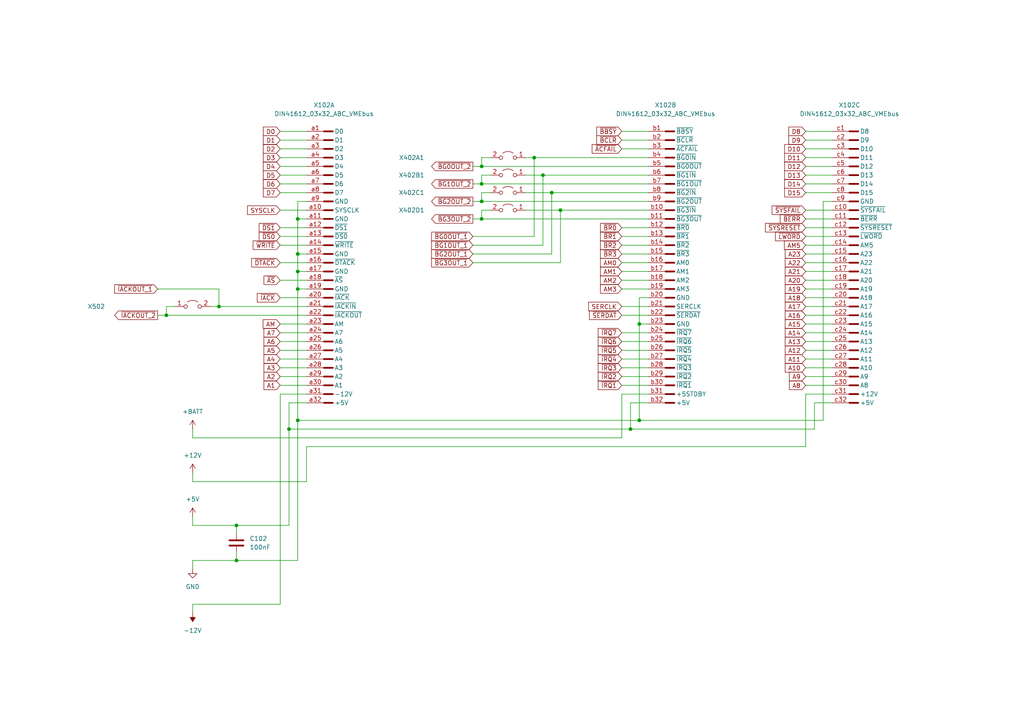
<source format=kicad_sch>
(kicad_sch (version 20211123) (generator eeschema)
  (paper "A4")
  (title_block (title "SLOT 2") (date "2024-01-02") (rev "1") (company "(C) TOM STOREY") (comment 1 "FREE FOR NON-COMMERCIAL USE"))
  (lib_symbols
    (symbol "COMET symbols:C" (pin_numbers hide) (pin_names hide)
      (property "Reference" "C" (at 0 0 0))
      (property "Value" "C" (at 0 0 0))
      (symbol "C_0_1"
        (polyline (pts (xy -2.032 -0.762) (xy 2.032 -0.762)) (stroke (width 0.508)))
        (polyline (pts (xy -2.032 0.762) (xy 2.032 0.762)) (stroke (width 0.508)))
      )
      (symbol "C_1_1"
        (pin passive line (at 0 2.54 270) (length 1.524) (name "~") (number "1"))
        (pin passive line (at 0 -2.54 90) (length 1.524) (name "~") (number "2"))
      )
    )
    (symbol "COMET symbols:DIN41612_03x32_ABC_VMEbus" (pin_names (offset 3.048))
      (property "Reference" "X1" (at -20.32 45.72 0))
      (property "Value" "DIN41612_03x32_ABC_VMEbus" (at -20.32 43.18 0))
      (symbol "DIN41612_03x32_ABC_VMEbus_1_1"
        (polyline (pts (xy 0 -40.64) (xy 2.54 -40.64)) (stroke (width 0.508)))
        (polyline (pts (xy 0 -38.1) (xy 2.54 -38.1)) (stroke (width 0.508)))
        (polyline (pts (xy 0 -35.56) (xy 2.54 -35.56)) (stroke (width 0.508)))
        (polyline (pts (xy 0 -33.02) (xy 2.54 -33.02)) (stroke (width 0.508)))
        (polyline (pts (xy 0 -30.48) (xy 2.54 -30.48)) (stroke (width 0.508)))
        (polyline (pts (xy 0 -27.94) (xy 2.54 -27.94)) (stroke (width 0.508)))
        (polyline (pts (xy 0 -25.4) (xy 2.54 -25.4)) (stroke (width 0.508)))
        (polyline (pts (xy 0 -22.86) (xy 2.54 -22.86)) (stroke (width 0.508)))
        (polyline (pts (xy 0 -20.32) (xy 2.54 -20.32)) (stroke (width 0.508)))
        (polyline (pts (xy 0 -17.78) (xy 2.54 -17.78)) (stroke (width 0.508)))
        (polyline (pts (xy 0 -15.24) (xy 2.54 -15.24)) (stroke (width 0.508)))
        (polyline (pts (xy 0 -12.7) (xy 2.54 -12.7)) (stroke (width 0.508)))
        (polyline (pts (xy 0 -10.16) (xy 2.54 -10.16)) (stroke (width 0.508)))
        (polyline (pts (xy 0 -7.62) (xy 2.54 -7.62)) (stroke (width 0.508)))
        (polyline (pts (xy 0 -5.08) (xy 2.54 -5.08)) (stroke (width 0.508)))
        (polyline (pts (xy 0 -2.54) (xy 2.54 -2.54)) (stroke (width 0.508)))
        (polyline (pts (xy 0 0) (xy 2.54 0)) (stroke (width 0.508)))
        (polyline (pts (xy 0 2.54) (xy 2.54 2.54)) (stroke (width 0.508)))
        (polyline (pts (xy 0 5.08) (xy 2.54 5.08)) (stroke (width 0.508)))
        (polyline (pts (xy 0 7.62) (xy 2.54 7.62)) (stroke (width 0.508)))
        (polyline (pts (xy 0 10.16) (xy 2.54 10.16)) (stroke (width 0.508)))
        (polyline (pts (xy 0 12.7) (xy 2.54 12.7)) (stroke (width 0.508)))
        (polyline (pts (xy 0 15.24) (xy 2.54 15.24)) (stroke (width 0.508)))
        (polyline (pts (xy 0 17.78) (xy 2.54 17.78)) (stroke (width 0.508)))
        (polyline (pts (xy 0 20.32) (xy 2.54 20.32)) (stroke (width 0.508)))
        (polyline (pts (xy 0 22.86) (xy 2.54 22.86)) (stroke (width 0.508)))
        (polyline (pts (xy 0 25.4) (xy 2.54 25.4)) (stroke (width 0.508)))
        (polyline (pts (xy 0 27.94) (xy 2.54 27.94)) (stroke (width 0.508)))
        (polyline (pts (xy 0 30.48) (xy 2.54 30.48)) (stroke (width 0.508)))
        (polyline (pts (xy 0 33.02) (xy 2.54 33.02)) (stroke (width 0.508)))
        (polyline (pts (xy 0 35.56) (xy 2.54 35.56)) (stroke (width 0.508)))
        (polyline (pts (xy 0 38.1) (xy 2.54 38.1)) (stroke (width 0.508)))
        (pin passive line (at -5.08 38.1 0) (length 5.08) (name "D0") (number "a1"))
        (pin passive line (at -5.08 15.24 0) (length 5.08) (name "SYSCLK") (number "a10"))
        (pin passive line (at -5.08 12.7 0) (length 5.08) (name "GND") (number "a11"))
        (pin passive line (at -5.08 10.16 0) (length 5.08) (name "~{DS1}") (number "a12"))
        (pin passive line (at -5.08 7.62 0) (length 5.08) (name "~{DS0}") (number "a13"))
        (pin passive line (at -5.08 5.08 0) (length 5.08) (name "~{WRITE}") (number "a14"))
        (pin passive line (at -5.08 2.54 0) (length 5.08) (name "GND") (number "a15"))
        (pin passive line (at -5.08 0 0) (length 5.08) (name "~{DTACK}") (number "a16"))
        (pin passive line (at -5.08 -2.54 0) (length 5.08) (name "GND") (number "a17"))
        (pin passive line (at -5.08 -5.08 0) (length 5.08) (name "~{AS}") (number "a18"))
        (pin passive line (at -5.08 -7.62 0) (length 5.08) (name "GND") (number "a19"))
        (pin passive line (at -5.08 35.56 0) (length 5.08) (name "D1") (number "a2"))
        (pin passive line (at -5.08 -10.16 0) (length 5.08) (name "~{IACK}") (number "a20"))
        (pin passive line (at -5.08 -12.7 0) (length 5.08) (name "~{IACKIN}") (number "a21"))
        (pin passive line (at -5.08 -15.24 0) (length 5.08) (name "~{IACKOUT}") (number "a22"))
        (pin passive line (at -5.08 -17.78 0) (length 5.08) (name "AM") (number "a23"))
        (pin passive line (at -5.08 -20.32 0) (length 5.08) (name "A7") (number "a24"))
        (pin passive line (at -5.08 -22.86 0) (length 5.08) (name "A6") (number "a25"))
        (pin passive line (at -5.08 -25.4 0) (length 5.08) (name "A5") (number "a26"))
        (pin passive line (at -5.08 -27.94 0) (length 5.08) (name "A4") (number "a27"))
        (pin passive line (at -5.08 -30.48 0) (length 5.08) (name "A3") (number "a28"))
        (pin passive line (at -5.08 -33.02 0) (length 5.08) (name "A2") (number "a29"))
        (pin passive line (at -5.08 33.02 0) (length 5.08) (name "D2") (number "a3"))
        (pin passive line (at -5.08 -35.56 0) (length 5.08) (name "A1") (number "a30"))
        (pin passive line (at -5.08 -38.1 0) (length 5.08) (name "-12V") (number "a31"))
        (pin passive line (at -5.08 -40.64 0) (length 5.08) (name "+5V") (number "a32"))
        (pin passive line (at -5.08 30.48 0) (length 5.08) (name "D3") (number "a4"))
        (pin passive line (at -5.08 27.94 0) (length 5.08) (name "D4") (number "a5"))
        (pin passive line (at -5.08 25.4 0) (length 5.08) (name "D5") (number "a6"))
        (pin passive line (at -5.08 22.86 0) (length 5.08) (name "D6") (number "a7"))
        (pin passive line (at -5.08 20.32 0) (length 5.08) (name "D7") (number "a8"))
        (pin passive line (at -5.08 17.78 0) (length 5.08) (name "GND") (number "a9"))
      )
      (symbol "DIN41612_03x32_ABC_VMEbus_2_1"
        (polyline (pts (xy 0 -40.64) (xy 2.54 -40.64)) (stroke (width 0.508)))
        (polyline (pts (xy 0 -38.1) (xy 2.54 -38.1)) (stroke (width 0.508)))
        (polyline (pts (xy 0 -35.56) (xy 2.54 -35.56)) (stroke (width 0.508)))
        (polyline (pts (xy 0 -33.02) (xy 2.54 -33.02)) (stroke (width 0.508)))
        (polyline (pts (xy 0 -30.48) (xy 2.54 -30.48)) (stroke (width 0.508)))
        (polyline (pts (xy 0 -27.94) (xy 2.54 -27.94)) (stroke (width 0.508)))
        (polyline (pts (xy 0 -25.4) (xy 2.54 -25.4)) (stroke (width 0.508)))
        (polyline (pts (xy 0 -22.86) (xy 2.54 -22.86)) (stroke (width 0.508)))
        (polyline (pts (xy 0 -20.32) (xy 2.54 -20.32)) (stroke (width 0.508)))
        (polyline (pts (xy 0 -17.78) (xy 2.54 -17.78)) (stroke (width 0.508)))
        (polyline (pts (xy 0 -15.24) (xy 2.54 -15.24)) (stroke (width 0.508)))
        (polyline (pts (xy 0 -12.7) (xy 2.54 -12.7)) (stroke (width 0.508)))
        (polyline (pts (xy 0 -10.16) (xy 2.54 -10.16)) (stroke (width 0.508)))
        (polyline (pts (xy 0 -7.62) (xy 2.54 -7.62)) (stroke (width 0.508)))
        (polyline (pts (xy 0 -5.08) (xy 2.54 -5.08)) (stroke (width 0.508)))
        (polyline (pts (xy 0 -2.54) (xy 2.54 -2.54)) (stroke (width 0.508)))
        (polyline (pts (xy 0 0) (xy 2.54 0)) (stroke (width 0.508)))
        (polyline (pts (xy 0 2.54) (xy 2.54 2.54)) (stroke (width 0.508)))
        (polyline (pts (xy 0 5.08) (xy 2.54 5.08)) (stroke (width 0.508)))
        (polyline (pts (xy 0 7.62) (xy 2.54 7.62)) (stroke (width 0.508)))
        (polyline (pts (xy 0 10.16) (xy 2.54 10.16)) (stroke (width 0.508)))
        (polyline (pts (xy 0 12.7) (xy 2.54 12.7)) (stroke (width 0.508)))
        (polyline (pts (xy 0 15.24) (xy 2.54 15.24)) (stroke (width 0.508)))
        (polyline (pts (xy 0 17.78) (xy 2.54 17.78)) (stroke (width 0.508)))
        (polyline (pts (xy 0 20.32) (xy 2.54 20.32)) (stroke (width 0.508)))
        (polyline (pts (xy 0 22.86) (xy 2.54 22.86)) (stroke (width 0.508)))
        (polyline (pts (xy 0 25.4) (xy 2.54 25.4)) (stroke (width 0.508)))
        (polyline (pts (xy 0 27.94) (xy 2.54 27.94)) (stroke (width 0.508)))
        (polyline (pts (xy 0 30.48) (xy 2.54 30.48)) (stroke (width 0.508)))
        (polyline (pts (xy 0 33.02) (xy 2.54 33.02)) (stroke (width 0.508)))
        (polyline (pts (xy 0 35.56) (xy 2.54 35.56)) (stroke (width 0.508)))
        (polyline (pts (xy 0 38.1) (xy 2.54 38.1)) (stroke (width 0.508)))
        (pin passive line (at -5.08 38.1 0) (length 5.08) (name "~{BBSY}") (number "b1"))
        (pin passive line (at -5.08 15.24 0) (length 5.08) (name "~{BG3IN}") (number "b10"))
        (pin passive line (at -5.08 12.7 0) (length 5.08) (name "~{BG3OUT}") (number "b11"))
        (pin passive line (at -5.08 10.16 0) (length 5.08) (name "~{BR0}") (number "b12"))
        (pin passive line (at -5.08 7.62 0) (length 5.08) (name "~{BR1}") (number "b13"))
        (pin passive line (at -5.08 5.08 0) (length 5.08) (name "~{BR2}") (number "b14"))
        (pin passive line (at -5.08 2.54 0) (length 5.08) (name "~{BR3}") (number "b15"))
        (pin passive line (at -5.08 0 0) (length 5.08) (name "AM0") (number "b16"))
        (pin passive line (at -5.08 -2.54 0) (length 5.08) (name "AM1") (number "b17"))
        (pin passive line (at -5.08 -5.08 0) (length 5.08) (name "AM2") (number "b18"))
        (pin passive line (at -5.08 -7.62 0) (length 5.08) (name "AM3") (number "b19"))
        (pin passive line (at -5.08 35.56 0) (length 5.08) (name "~{BCLR}") (number "b2"))
        (pin passive line (at -5.08 -10.16 0) (length 5.08) (name "GND") (number "b20"))
        (pin passive line (at -5.08 -12.7 0) (length 5.08) (name "SERCLK") (number "b21"))
        (pin passive line (at -5.08 -15.24 0) (length 5.08) (name "~{SERDAT}") (number "b22"))
        (pin passive line (at -5.08 -17.78 0) (length 5.08) (name "GND") (number "b23"))
        (pin passive line (at -5.08 -20.32 0) (length 5.08) (name "~{IRQ7}") (number "b24"))
        (pin passive line (at -5.08 -22.86 0) (length 5.08) (name "~{IRQ6}") (number "b25"))
        (pin passive line (at -5.08 -25.4 0) (length 5.08) (name "~{IRQ5}") (number "b26"))
        (pin passive line (at -5.08 -27.94 0) (length 5.08) (name "~{IRQ4}") (number "b27"))
        (pin passive line (at -5.08 -30.48 0) (length 5.08) (name "~{IRQ3}") (number "b28"))
        (pin passive line (at -5.08 -33.02 0) (length 5.08) (name "~{IRQ2}") (number "b29"))
        (pin passive line (at -5.08 33.02 0) (length 5.08) (name "~{ACFAIL}") (number "b3"))
        (pin passive line (at -5.08 -35.56 0) (length 5.08) (name "~{IRQ1}") (number "b30"))
        (pin passive line (at -5.08 -38.1 0) (length 5.08) (name "+5STDBY") (number "b31"))
        (pin passive line (at -5.08 -40.64 0) (length 5.08) (name "+5V") (number "b32"))
        (pin passive line (at -5.08 30.48 0) (length 5.08) (name "~{BG0IN}") (number "b4"))
        (pin passive line (at -5.08 27.94 0) (length 5.08) (name "~{BG0OUT}") (number "b5"))
        (pin passive line (at -5.08 25.4 0) (length 5.08) (name "~{BG1IN}") (number "b6"))
        (pin passive line (at -5.08 22.86 0) (length 5.08) (name "~{BG1OUT}") (number "b7"))
        (pin passive line (at -5.08 20.32 0) (length 5.08) (name "~{BG2IN}") (number "b8"))
        (pin passive line (at -5.08 17.78 0) (length 5.08) (name "~{BG2OUT}") (number "b9"))
      )
      (symbol "DIN41612_03x32_ABC_VMEbus_3_1"
        (polyline (pts (xy 0 -40.64) (xy 2.54 -40.64)) (stroke (width 0.508)))
        (polyline (pts (xy 0 -38.1) (xy 2.54 -38.1)) (stroke (width 0.508)))
        (polyline (pts (xy 0 -35.56) (xy 2.54 -35.56)) (stroke (width 0.508)))
        (polyline (pts (xy 0 -33.02) (xy 2.54 -33.02)) (stroke (width 0.508)))
        (polyline (pts (xy 0 -30.48) (xy 2.54 -30.48)) (stroke (width 0.508)))
        (polyline (pts (xy 0 -27.94) (xy 2.54 -27.94)) (stroke (width 0.508)))
        (polyline (pts (xy 0 -25.4) (xy 2.54 -25.4)) (stroke (width 0.508)))
        (polyline (pts (xy 0 -22.86) (xy 2.54 -22.86)) (stroke (width 0.508)))
        (polyline (pts (xy 0 -20.32) (xy 2.54 -20.32)) (stroke (width 0.508)))
        (polyline (pts (xy 0 -17.78) (xy 2.54 -17.78)) (stroke (width 0.508)))
        (polyline (pts (xy 0 -15.24) (xy 2.54 -15.24)) (stroke (width 0.508)))
        (polyline (pts (xy 0 -12.7) (xy 2.54 -12.7)) (stroke (width 0.508)))
        (polyline (pts (xy 0 -10.16) (xy 2.54 -10.16)) (stroke (width 0.508)))
        (polyline (pts (xy 0 -7.62) (xy 2.54 -7.62)) (stroke (width 0.508)))
        (polyline (pts (xy 0 -5.08) (xy 2.54 -5.08)) (stroke (width 0.508)))
        (polyline (pts (xy 0 -2.54) (xy 2.54 -2.54)) (stroke (width 0.508)))
        (polyline (pts (xy 0 0) (xy 2.54 0)) (stroke (width 0.508)))
        (polyline (pts (xy 0 2.54) (xy 2.54 2.54)) (stroke (width 0.508)))
        (polyline (pts (xy 0 5.08) (xy 2.54 5.08)) (stroke (width 0.508)))
        (polyline (pts (xy 0 7.62) (xy 2.54 7.62)) (stroke (width 0.508)))
        (polyline (pts (xy 0 10.16) (xy 2.54 10.16)) (stroke (width 0.508)))
        (polyline (pts (xy 0 12.7) (xy 2.54 12.7)) (stroke (width 0.508)))
        (polyline (pts (xy 0 15.24) (xy 2.54 15.24)) (stroke (width 0.508)))
        (polyline (pts (xy 0 17.78) (xy 2.54 17.78)) (stroke (width 0.508)))
        (polyline (pts (xy 0 20.32) (xy 2.54 20.32)) (stroke (width 0.508)))
        (polyline (pts (xy 0 22.86) (xy 2.54 22.86)) (stroke (width 0.508)))
        (polyline (pts (xy 0 25.4) (xy 2.54 25.4)) (stroke (width 0.508)))
        (polyline (pts (xy 0 27.94) (xy 2.54 27.94)) (stroke (width 0.508)))
        (polyline (pts (xy 0 30.48) (xy 2.54 30.48)) (stroke (width 0.508)))
        (polyline (pts (xy 0 33.02) (xy 2.54 33.02)) (stroke (width 0.508)))
        (polyline (pts (xy 0 35.56) (xy 2.54 35.56)) (stroke (width 0.508)))
        (polyline (pts (xy 0 38.1) (xy 2.54 38.1)) (stroke (width 0.508)))
        (pin passive line (at -5.08 38.1 0) (length 5.08) (name "D8") (number "c1"))
        (pin passive line (at -5.08 15.24 0) (length 5.08) (name "~{SYSFAIL}") (number "c10"))
        (pin passive line (at -5.08 12.7 0) (length 5.08) (name "~{BERR}") (number "c11"))
        (pin passive line (at -5.08 10.16 0) (length 5.08) (name "~{SYSRESET}") (number "c12"))
        (pin passive line (at -5.08 7.62 0) (length 5.08) (name "~{LWORD}") (number "c13"))
        (pin passive line (at -5.08 5.08 0) (length 5.08) (name "AM5") (number "c14"))
        (pin passive line (at -5.08 2.54 0) (length 5.08) (name "A23") (number "c15"))
        (pin passive line (at -5.08 0 0) (length 5.08) (name "A22") (number "c16"))
        (pin passive line (at -5.08 -2.54 0) (length 5.08) (name "A21") (number "c17"))
        (pin passive line (at -5.08 -5.08 0) (length 5.08) (name "A20") (number "c18"))
        (pin passive line (at -5.08 -7.62 0) (length 5.08) (name "A19") (number "c19"))
        (pin passive line (at -5.08 35.56 0) (length 5.08) (name "D9") (number "c2"))
        (pin passive line (at -5.08 -10.16 0) (length 5.08) (name "A18") (number "c20"))
        (pin passive line (at -5.08 -12.7 0) (length 5.08) (name "A17") (number "c21"))
        (pin passive line (at -5.08 -15.24 0) (length 5.08) (name "A16") (number "c22"))
        (pin passive line (at -5.08 -17.78 0) (length 5.08) (name "A15") (number "c23"))
        (pin passive line (at -5.08 -20.32 0) (length 5.08) (name "A14") (number "c24"))
        (pin passive line (at -5.08 -22.86 0) (length 5.08) (name "A13") (number "c25"))
        (pin passive line (at -5.08 -25.4 0) (length 5.08) (name "A12") (number "c26"))
        (pin passive line (at -5.08 -27.94 0) (length 5.08) (name "A11") (number "c27"))
        (pin passive line (at -5.08 -30.48 0) (length 5.08) (name "A10") (number "c28"))
        (pin passive line (at -5.08 -33.02 0) (length 5.08) (name "A9") (number "c29"))
        (pin passive line (at -5.08 33.02 0) (length 5.08) (name "D10") (number "c3"))
        (pin passive line (at -5.08 -35.56 0) (length 5.08) (name "A8") (number "c30"))
        (pin passive line (at -5.08 -38.1 0) (length 5.08) (name "+12V") (number "c31"))
        (pin passive line (at -5.08 -40.64 0) (length 5.08) (name "+5V") (number "c32"))
        (pin passive line (at -5.08 30.48 0) (length 5.08) (name "D11") (number "c4"))
        (pin passive line (at -5.08 27.94 0) (length 5.08) (name "D12") (number "c5"))
        (pin passive line (at -5.08 25.4 0) (length 5.08) (name "D13") (number "c6"))
        (pin passive line (at -5.08 22.86 0) (length 5.08) (name "D14") (number "c7"))
        (pin passive line (at -5.08 20.32 0) (length 5.08) (name "D15") (number "c8"))
        (pin passive line (at -5.08 17.78 0) (length 5.08) (name "GND") (number "c9"))
      )
    )
    (symbol "Jumper:Jumper_2_Open" (pin_names (offset 0) hide)
      (property "Reference" "JP" (at 0 2.794 0))
      (property "Value" "Jumper_2_Open" (at 0 -2.286 0))
      (symbol "Jumper_2_Open_0_0"
        (circle (center -2.032 0) (radius 0.508))
        (circle (center 2.032 0) (radius 0.508))
      )
      (symbol "Jumper_2_Open_0_1"
        (arc (start 1.524 1.27) (mid 0 1.778) (end -1.524 1.27))
      )
      (symbol "Jumper_2_Open_1_1"
        (pin passive line (at -5.08 0 0) (length 2.54) (name "A") (number "1"))
        (pin passive line (at 5.08 0 180) (length 2.54) (name "B") (number "2"))
      )
    )
    (symbol "power:+12V" (power) (pin_names (offset 0))
      (property "Value" "+12V" (at 0 3.556 0))
      (symbol "+12V_0_1"
        (polyline (pts (xy -0.762 1.27) (xy 0 2.54)))
        (polyline (pts (xy 0 0) (xy 0 2.54)))
        (polyline (pts (xy 0 2.54) (xy 0.762 1.27)))
      )
      (symbol "+12V_1_1"
        (pin power_in line (at 0 0 90) (length 0) hide (name "+12V") (number "1"))
      )
    )
    (symbol "power:+5V" (power) (pin_names (offset 0))
      (property "Value" "+5V" (at 0 3.556 0))
      (symbol "+5V_0_1"
        (polyline (pts (xy -0.762 1.27) (xy 0 2.54)))
        (polyline (pts (xy 0 0) (xy 0 2.54)))
        (polyline (pts (xy 0 2.54) (xy 0.762 1.27)))
      )
      (symbol "+5V_1_1"
        (pin power_in line (at 0 0 90) (length 0) hide (name "+5V") (number "1"))
      )
    )
    (symbol "power:+BATT" (power) (pin_names (offset 0))
      (property "Value" "+BATT" (at 0 3.556 0))
      (symbol "+BATT_0_1"
        (polyline (pts (xy -0.762 1.27) (xy 0 2.54)))
        (polyline (pts (xy 0 0) (xy 0 2.54)))
        (polyline (pts (xy 0 2.54) (xy 0.762 1.27)))
      )
      (symbol "+BATT_1_1"
        (pin power_in line (at 0 0 90) (length 0) hide (name "+BATT") (number "1"))
      )
    )
    (symbol "power:-12V" (power) (pin_names (offset 0))
      (property "Value" "-12V" (at 0 3.81 0))
      (symbol "-12V_0_0"
        (pin power_in line (at 0 0 90) (length 0) hide (name "-12V") (number "1"))
      )
      (symbol "-12V_0_1"
        (polyline (pts (xy 0 0) (xy 0 1.27) (xy 0.762 1.27) (xy 0 2.54) (xy -0.762 1.27) (xy 0 1.27)) (fill (type outline)))
      )
    )
    (symbol "power:GND" (power) (pin_names (offset 0))
      (property "Value" "GND" (at 0 -3.81 0))
      (symbol "GND_0_1"
        (polyline (pts (xy 0 0) (xy 0 -1.27) (xy 1.27 -1.27) (xy 0 -2.54) (xy -1.27 -1.27) (xy 0 -1.27)))
      )
      (symbol "GND_1_1"
        (pin power_in line (at 0 0 270) (length 0) hide (name "GND") (number "1"))
      )
    )
  )
  (junction (at 157.48 50.8))
  (junction (at 63.5 88.9))
  (junction (at 86.36 83.82))
  (junction (at 139.7 58.42))
  (junction (at 139.7 63.5))
  (junction (at 86.36 63.5))
  (junction (at 48.26 91.44))
  (junction (at 154.94 45.72))
  (junction (at 139.7 53.34))
  (junction (at 86.36 78.74))
  (junction (at 139.7 48.26))
  (junction (at 185.42 93.98))
  (junction (at 185.42 121.92))
  (junction (at 83.82 124.46))
  (junction (at 160.02 55.88))
  (junction (at 162.56 60.96))
  (junction (at 86.36 73.66))
  (junction (at 68.58 152.4))
  (junction (at 182.88 124.46))
  (junction (at 68.58 162.56))
  (junction (at 86.36 121.92))
  (wire (pts (xy 238.76 58.42) (xy 238.76 121.92)))
  (wire (pts (xy 137.16 73.66) (xy 160.02 73.66)))
  (wire (pts (xy 152.4 50.8) (xy 157.48 50.8)))
  (wire (pts (xy 180.34 83.82) (xy 187.96 83.82)))
  (wire (pts (xy 233.68 106.68) (xy 241.3 106.68)))
  (wire (pts (xy 81.28 60.96) (xy 88.9 60.96)))
  (wire (pts (xy 180.34 43.18) (xy 187.96 43.18)))
  (wire (pts (xy 68.58 160.02) (xy 68.58 162.56)))
  (wire (pts (xy 137.16 53.34) (xy 139.7 53.34)))
  (wire (pts (xy 233.68 55.88) (xy 241.3 55.88)))
  (wire (pts (xy 233.68 91.44) (xy 241.3 91.44)))
  (wire (pts (xy 86.36 78.74) (xy 88.9 78.74)))
  (wire (pts (xy 81.28 106.68) (xy 88.9 106.68)))
  (wire (pts (xy 137.16 63.5) (xy 139.7 63.5)))
  (wire (pts (xy 233.68 71.12) (xy 241.3 71.12)))
  (wire (pts (xy 180.34 127) (xy 180.34 114.3)))
  (wire (pts (xy 233.68 114.3) (xy 241.3 114.3)))
  (wire (pts (xy 139.7 45.72) (xy 139.7 48.26)))
  (wire (pts (xy 81.28 50.8) (xy 88.9 50.8)))
  (wire (pts (xy 233.68 86.36) (xy 241.3 86.36)))
  (wire (pts (xy 86.36 121.92) (xy 185.42 121.92)))
  (wire (pts (xy 157.48 50.8) (xy 157.48 71.12)))
  (wire (pts (xy 60.96 88.9) (xy 63.5 88.9)))
  (wire (pts (xy 55.88 177.8) (xy 55.88 175.26)))
  (wire (pts (xy 182.88 116.84) (xy 182.88 124.46)))
  (wire (pts (xy 185.42 86.36) (xy 185.42 93.98)))
  (wire (pts (xy 81.28 93.98) (xy 88.9 93.98)))
  (wire (pts (xy 55.88 139.7) (xy 88.9 139.7)))
  (wire (pts (xy 182.88 124.46) (xy 236.22 124.46)))
  (wire (pts (xy 236.22 116.84) (xy 241.3 116.84)))
  (wire (pts (xy 180.34 71.12) (xy 187.96 71.12)))
  (wire (pts (xy 233.68 38.1) (xy 241.3 38.1)))
  (wire (pts (xy 233.68 53.34) (xy 241.3 53.34)))
  (wire (pts (xy 55.88 149.86) (xy 55.88 152.4)))
  (wire (pts (xy 185.42 93.98) (xy 187.96 93.98)))
  (wire (pts (xy 86.36 78.74) (xy 86.36 83.82)))
  (wire (pts (xy 81.28 66.04) (xy 88.9 66.04)))
  (wire (pts (xy 180.34 111.76) (xy 187.96 111.76)))
  (wire (pts (xy 233.68 104.14) (xy 241.3 104.14)))
  (wire (pts (xy 180.34 96.52) (xy 187.96 96.52)))
  (wire (pts (xy 180.34 88.9) (xy 187.96 88.9)))
  (wire (pts (xy 55.88 175.26) (xy 81.28 175.26)))
  (wire (pts (xy 139.7 60.96) (xy 142.24 60.96)))
  (wire (pts (xy 162.56 60.96) (xy 162.56 76.2)))
  (wire (pts (xy 139.7 58.42) (xy 187.96 58.42)))
  (wire (pts (xy 187.96 116.84) (xy 182.88 116.84)))
  (wire (pts (xy 55.88 137.16) (xy 55.88 139.7)))
  (wire (pts (xy 81.28 38.1) (xy 88.9 38.1)))
  (wire (pts (xy 81.28 86.36) (xy 88.9 86.36)))
  (wire (pts (xy 86.36 58.42) (xy 86.36 63.5)))
  (wire (pts (xy 160.02 55.88) (xy 160.02 73.66)))
  (wire (pts (xy 83.82 152.4) (xy 83.82 124.46)))
  (wire (pts (xy 55.88 124.46) (xy 55.88 127)))
  (wire (pts (xy 139.7 60.96) (xy 139.7 63.5)))
  (wire (pts (xy 180.34 40.64) (xy 187.96 40.64)))
  (wire (pts (xy 81.28 81.28) (xy 88.9 81.28)))
  (wire (pts (xy 142.24 55.88) (xy 139.7 55.88)))
  (wire (pts (xy 180.34 73.66) (xy 187.96 73.66)))
  (wire (pts (xy 233.68 68.58) (xy 241.3 68.58)))
  (wire (pts (xy 233.68 99.06) (xy 241.3 99.06)))
  (wire (pts (xy 233.68 101.6) (xy 241.3 101.6)))
  (wire (pts (xy 233.68 48.26) (xy 241.3 48.26)))
  (wire (pts (xy 160.02 55.88) (xy 187.96 55.88)))
  (wire (pts (xy 233.68 129.54) (xy 233.68 114.3)))
  (wire (pts (xy 81.28 43.18) (xy 88.9 43.18)))
  (wire (pts (xy 81.28 76.2) (xy 88.9 76.2)))
  (wire (pts (xy 86.36 83.82) (xy 86.36 121.92)))
  (wire (pts (xy 180.34 104.14) (xy 187.96 104.14)))
  (wire (pts (xy 152.4 45.72) (xy 154.94 45.72)))
  (wire (pts (xy 86.36 63.5) (xy 86.36 73.66)))
  (wire (pts (xy 180.34 68.58) (xy 187.96 68.58)))
  (wire (pts (xy 180.34 76.2) (xy 187.96 76.2)))
  (wire (pts (xy 142.24 50.8) (xy 139.7 50.8)))
  (wire (pts (xy 139.7 55.88) (xy 139.7 58.42)))
  (wire (pts (xy 233.68 88.9) (xy 241.3 88.9)))
  (wire (pts (xy 68.58 152.4) (xy 68.58 154.94)))
  (wire (pts (xy 152.4 55.88) (xy 160.02 55.88)))
  (wire (pts (xy 139.7 63.5) (xy 187.96 63.5)))
  (wire (pts (xy 83.82 124.46) (xy 182.88 124.46)))
  (wire (pts (xy 55.88 152.4) (xy 68.58 152.4)))
  (wire (pts (xy 81.28 48.26) (xy 88.9 48.26)))
  (wire (pts (xy 233.68 81.28) (xy 241.3 81.28)))
  (wire (pts (xy 88.9 116.84) (xy 83.82 116.84)))
  (wire (pts (xy 81.28 45.72) (xy 88.9 45.72)))
  (wire (pts (xy 63.5 88.9) (xy 63.5 83.82)))
  (wire (pts (xy 68.58 162.56) (xy 55.88 162.56)))
  (wire (pts (xy 233.68 43.18) (xy 241.3 43.18)))
  (wire (pts (xy 233.68 50.8) (xy 241.3 50.8)))
  (wire (pts (xy 233.68 45.72) (xy 241.3 45.72)))
  (wire (pts (xy 81.28 175.26) (xy 81.28 114.3)))
  (wire (pts (xy 180.34 91.44) (xy 187.96 91.44)))
  (wire (pts (xy 180.34 106.68) (xy 187.96 106.68)))
  (wire (pts (xy 83.82 116.84) (xy 83.82 124.46)))
  (wire (pts (xy 88.9 129.54) (xy 88.9 139.7)))
  (wire (pts (xy 86.36 73.66) (xy 88.9 73.66)))
  (wire (pts (xy 81.28 101.6) (xy 88.9 101.6)))
  (wire (pts (xy 48.26 91.44) (xy 88.9 91.44)))
  (wire (pts (xy 233.68 76.2) (xy 241.3 76.2)))
  (wire (pts (xy 68.58 152.4) (xy 83.82 152.4)))
  (wire (pts (xy 139.7 50.8) (xy 139.7 53.34)))
  (wire (pts (xy 142.24 45.72) (xy 139.7 45.72)))
  (wire (pts (xy 137.16 71.12) (xy 157.48 71.12)))
  (wire (pts (xy 86.36 162.56) (xy 68.58 162.56)))
  (wire (pts (xy 180.34 81.28) (xy 187.96 81.28)))
  (wire (pts (xy 241.3 58.42) (xy 238.76 58.42)))
  (wire (pts (xy 86.36 73.66) (xy 86.36 78.74)))
  (wire (pts (xy 81.28 104.14) (xy 88.9 104.14)))
  (wire (pts (xy 81.28 96.52) (xy 88.9 96.52)))
  (wire (pts (xy 139.7 53.34) (xy 187.96 53.34)))
  (wire (pts (xy 81.28 53.34) (xy 88.9 53.34)))
  (wire (pts (xy 180.34 66.04) (xy 187.96 66.04)))
  (wire (pts (xy 88.9 58.42) (xy 86.36 58.42)))
  (wire (pts (xy 55.88 162.56) (xy 55.88 165.1)))
  (wire (pts (xy 233.68 40.64) (xy 241.3 40.64)))
  (wire (pts (xy 180.34 109.22) (xy 187.96 109.22)))
  (wire (pts (xy 88.9 129.54) (xy 233.68 129.54)))
  (wire (pts (xy 233.68 78.74) (xy 241.3 78.74)))
  (wire (pts (xy 233.68 93.98) (xy 241.3 93.98)))
  (wire (pts (xy 180.34 101.6) (xy 187.96 101.6)))
  (wire (pts (xy 81.28 68.58) (xy 88.9 68.58)))
  (wire (pts (xy 45.72 91.44) (xy 48.26 91.44)))
  (wire (pts (xy 137.16 58.42) (xy 139.7 58.42)))
  (wire (pts (xy 81.28 40.64) (xy 88.9 40.64)))
  (wire (pts (xy 233.68 60.96) (xy 241.3 60.96)))
  (wire (pts (xy 233.68 96.52) (xy 241.3 96.52)))
  (wire (pts (xy 154.94 45.72) (xy 187.96 45.72)))
  (wire (pts (xy 152.4 60.96) (xy 162.56 60.96)))
  (wire (pts (xy 233.68 66.04) (xy 241.3 66.04)))
  (wire (pts (xy 81.28 114.3) (xy 88.9 114.3)))
  (wire (pts (xy 86.36 63.5) (xy 88.9 63.5)))
  (wire (pts (xy 81.28 111.76) (xy 88.9 111.76)))
  (wire (pts (xy 185.42 121.92) (xy 238.76 121.92)))
  (wire (pts (xy 233.68 63.5) (xy 241.3 63.5)))
  (wire (pts (xy 45.72 83.82) (xy 63.5 83.82)))
  (wire (pts (xy 233.68 111.76) (xy 241.3 111.76)))
  (wire (pts (xy 180.34 78.74) (xy 187.96 78.74)))
  (wire (pts (xy 233.68 83.82) (xy 241.3 83.82)))
  (wire (pts (xy 157.48 50.8) (xy 187.96 50.8)))
  (wire (pts (xy 139.7 48.26) (xy 187.96 48.26)))
  (wire (pts (xy 86.36 83.82) (xy 88.9 83.82)))
  (wire (pts (xy 236.22 124.46) (xy 236.22 116.84)))
  (wire (pts (xy 187.96 86.36) (xy 185.42 86.36)))
  (wire (pts (xy 55.88 127) (xy 180.34 127)))
  (wire (pts (xy 81.28 71.12) (xy 88.9 71.12)))
  (wire (pts (xy 63.5 88.9) (xy 88.9 88.9)))
  (wire (pts (xy 233.68 73.66) (xy 241.3 73.66)))
  (wire (pts (xy 233.68 109.22) (xy 241.3 109.22)))
  (wire (pts (xy 81.28 55.88) (xy 88.9 55.88)))
  (wire (pts (xy 81.28 99.06) (xy 88.9 99.06)))
  (wire (pts (xy 162.56 60.96) (xy 187.96 60.96)))
  (wire (pts (xy 50.8 88.9) (xy 48.26 88.9)))
  (wire (pts (xy 86.36 121.92) (xy 86.36 162.56)))
  (wire (pts (xy 137.16 68.58) (xy 154.94 68.58)))
  (wire (pts (xy 81.28 109.22) (xy 88.9 109.22)))
  (wire (pts (xy 180.34 99.06) (xy 187.96 99.06)))
  (wire (pts (xy 185.42 93.98) (xy 185.42 121.92)))
  (wire (pts (xy 180.34 114.3) (xy 187.96 114.3)))
  (wire (pts (xy 137.16 76.2) (xy 162.56 76.2)))
  (wire (pts (xy 137.16 48.26) (xy 139.7 48.26)))
  (wire (pts (xy 180.34 38.1) (xy 187.96 38.1)))
  (wire (pts (xy 154.94 45.72) (xy 154.94 68.58)))
  (wire (pts (xy 48.26 88.9) (xy 48.26 91.44)))
  (global_label "~{BR1}" (shape input) (at 180.34 68.58 180) (property "Intersheet References" "${INTERSHEET_REFS}" (effects hide)))
  (global_label "D13" (shape input) (at 233.68 50.8 180) (property "Intersheet References" "${INTERSHEET_REFS}" (effects hide)))
  (global_label "~{ACFAIL}" (shape input) (at 180.34 43.18 180) (property "Intersheet References" "${INTERSHEET_REFS}" (effects hide)))
  (global_label "D5" (shape input) (at 81.28 50.8 180) (property "Intersheet References" "${INTERSHEET_REFS}" (effects hide)))
  (global_label "~{AS}" (shape input) (at 81.28 81.28 180) (property "Intersheet References" "${INTERSHEET_REFS}" (effects hide)))
  (global_label "~{IRQ4}" (shape input) (at 180.34 104.14 180) (property "Intersheet References" "${INTERSHEET_REFS}" (effects hide)))
  (global_label "D4" (shape input) (at 81.28 48.26 180) (property "Intersheet References" "${INTERSHEET_REFS}" (effects hide)))
  (global_label "A22" (shape input) (at 233.68 76.2 180) (property "Intersheet References" "${INTERSHEET_REFS}" (effects hide)))
  (global_label "~{BR3}" (shape input) (at 180.34 73.66 180) (property "Intersheet References" "${INTERSHEET_REFS}" (effects hide)))
  (global_label "A12" (shape input) (at 233.68 101.6 180) (property "Intersheet References" "${INTERSHEET_REFS}" (effects hide)))
  (global_label "A13" (shape input) (at 233.68 99.06 180) (property "Intersheet References" "${INTERSHEET_REFS}" (effects hide)))
  (global_label "A3" (shape input) (at 81.28 106.68 180) (property "Intersheet References" "${INTERSHEET_REFS}" (effects hide)))
  (global_label "AM0" (shape input) (at 180.34 76.2 180) (property "Intersheet References" "${INTERSHEET_REFS}" (effects hide)))
  (global_label "A18" (shape input) (at 233.68 86.36 180) (property "Intersheet References" "${INTERSHEET_REFS}" (effects hide)))
  (global_label "~{BG3OUT_1}" (shape input) (at 137.16 76.2 180) (property "Intersheet References" "${INTERSHEET_REFS}" (effects hide)))
  (global_label "AM2" (shape input) (at 180.34 81.28 180) (property "Intersheet References" "${INTERSHEET_REFS}" (effects hide)))
  (global_label "A8" (shape input) (at 233.68 111.76 180) (property "Intersheet References" "${INTERSHEET_REFS}" (effects hide)))
  (global_label "~{DS0}" (shape input) (at 81.28 68.58 180) (property "Intersheet References" "${INTERSHEET_REFS}" (effects hide)))
  (global_label "D3" (shape input) (at 81.28 45.72 180) (property "Intersheet References" "${INTERSHEET_REFS}" (effects hide)))
  (global_label "D6" (shape input) (at 81.28 53.34 180) (property "Intersheet References" "${INTERSHEET_REFS}" (effects hide)))
  (global_label "~{BERR}" (shape input) (at 233.68 63.5 180) (property "Intersheet References" "${INTERSHEET_REFS}" (effects hide)))
  (global_label "AM1" (shape input) (at 180.34 78.74 180) (property "Intersheet References" "${INTERSHEET_REFS}" (effects hide)))
  (global_label "~{IRQ5}" (shape input) (at 180.34 101.6 180) (property "Intersheet References" "${INTERSHEET_REFS}" (effects hide)))
  (global_label "A2" (shape input) (at 81.28 109.22 180) (property "Intersheet References" "${INTERSHEET_REFS}" (effects hide)))
  (global_label "~{LWORD}" (shape input) (at 233.68 68.58 180) (property "Intersheet References" "${INTERSHEET_REFS}" (effects hide)))
  (global_label "~{BG2OUT_1}" (shape input) (at 137.16 73.66 180) (property "Intersheet References" "${INTERSHEET_REFS}" (effects hide)))
  (global_label "~{IRQ1}" (shape input) (at 180.34 111.76 180) (property "Intersheet References" "${INTERSHEET_REFS}" (effects hide)))
  (global_label "D9" (shape input) (at 233.68 40.64 180) (property "Intersheet References" "${INTERSHEET_REFS}" (effects hide)))
  (global_label "~{IRQ7}" (shape input) (at 180.34 96.52 180) (property "Intersheet References" "${INTERSHEET_REFS}" (effects hide)))
  (global_label "A4" (shape input) (at 81.28 104.14 180) (property "Intersheet References" "${INTERSHEET_REFS}" (effects hide)))
  (global_label "~{SYSRESET}" (shape input) (at 233.68 66.04 180) (property "Intersheet References" "${INTERSHEET_REFS}" (effects hide)))
  (global_label "D1" (shape input) (at 81.28 40.64 180) (property "Intersheet References" "${INTERSHEET_REFS}" (effects hide)))
  (global_label "A7" (shape input) (at 81.28 96.52 180) (property "Intersheet References" "${INTERSHEET_REFS}" (effects hide)))
  (global_label "~{BR2}" (shape input) (at 180.34 71.12 180) (property "Intersheet References" "${INTERSHEET_REFS}" (effects hide)))
  (global_label "~{BG1OUT_1}" (shape input) (at 137.16 71.12 180) (property "Intersheet References" "${INTERSHEET_REFS}" (effects hide)))
  (global_label "D14" (shape input) (at 233.68 53.34 180) (property "Intersheet References" "${INTERSHEET_REFS}" (effects hide)))
  (global_label "AM" (shape input) (at 81.28 93.98 180) (property "Intersheet References" "${INTERSHEET_REFS}" (effects hide)))
  (global_label "A9" (shape input) (at 233.68 109.22 180) (property "Intersheet References" "${INTERSHEET_REFS}" (effects hide)))
  (global_label "A21" (shape input) (at 233.68 78.74 180) (property "Intersheet References" "${INTERSHEET_REFS}" (effects hide)))
  (global_label "A23" (shape input) (at 233.68 73.66 180) (property "Intersheet References" "${INTERSHEET_REFS}" (effects hide)))
  (global_label "~{BG2OUT_2}" (shape output) (at 137.16 58.42 180) (property "Intersheet References" "${INTERSHEET_REFS}" (effects hide)))
  (global_label "~{IACKOUT_1}" (shape input) (at 45.72 83.82 180) (property "Intersheet References" "${INTERSHEET_REFS}" (effects hide)))
  (global_label "~{BG0OUT_2}" (shape output) (at 137.16 48.26 180) (property "Intersheet References" "${INTERSHEET_REFS}" (effects hide)))
  (global_label "AM3" (shape input) (at 180.34 83.82 180) (property "Intersheet References" "${INTERSHEET_REFS}" (effects hide)))
  (global_label "~{IACK}" (shape input) (at 81.28 86.36 180) (property "Intersheet References" "${INTERSHEET_REFS}" (effects hide)))
  (global_label "~{DTACK}" (shape input) (at 81.28 76.2 180) (property "Intersheet References" "${INTERSHEET_REFS}" (effects hide)))
  (global_label "D0" (shape input) (at 81.28 38.1 180) (property "Intersheet References" "${INTERSHEET_REFS}" (effects hide)))
  (global_label "~{IRQ6}" (shape input) (at 180.34 99.06 180) (property "Intersheet References" "${INTERSHEET_REFS}" (effects hide)))
  (global_label "~{BG3OUT_2}" (shape output) (at 137.16 63.5 180) (property "Intersheet References" "${INTERSHEET_REFS}" (effects hide)))
  (global_label "A16" (shape input) (at 233.68 91.44 180) (property "Intersheet References" "${INTERSHEET_REFS}" (effects hide)))
  (global_label "~{WRITE}" (shape input) (at 81.28 71.12 180) (property "Intersheet References" "${INTERSHEET_REFS}" (effects hide)))
  (global_label "~{DS1}" (shape input) (at 81.28 66.04 180) (property "Intersheet References" "${INTERSHEET_REFS}" (effects hide)))
  (global_label "D10" (shape input) (at 233.68 43.18 180) (property "Intersheet References" "${INTERSHEET_REFS}" (effects hide)))
  (global_label "A11" (shape input) (at 233.68 104.14 180) (property "Intersheet References" "${INTERSHEET_REFS}" (effects hide)))
  (global_label "A19" (shape input) (at 233.68 83.82 180) (property "Intersheet References" "${INTERSHEET_REFS}" (effects hide)))
  (global_label "~{BCLR}" (shape input) (at 180.34 40.64 180) (property "Intersheet References" "${INTERSHEET_REFS}" (effects hide)))
  (global_label "A6" (shape input) (at 81.28 99.06 180) (property "Intersheet References" "${INTERSHEET_REFS}" (effects hide)))
  (global_label "D2" (shape input) (at 81.28 43.18 180) (property "Intersheet References" "${INTERSHEET_REFS}" (effects hide)))
  (global_label "~{BG1OUT_2}" (shape output) (at 137.16 53.34 180) (property "Intersheet References" "${INTERSHEET_REFS}" (effects hide)))
  (global_label "SERCLK" (shape input) (at 180.34 88.9 180) (property "Intersheet References" "${INTERSHEET_REFS}" (effects hide)))
  (global_label "~{BR0}" (shape input) (at 180.34 66.04 180) (property "Intersheet References" "${INTERSHEET_REFS}" (effects hide)))
  (global_label "D11" (shape input) (at 233.68 45.72 180) (property "Intersheet References" "${INTERSHEET_REFS}" (effects hide)))
  (global_label "D12" (shape input) (at 233.68 48.26 180) (property "Intersheet References" "${INTERSHEET_REFS}" (effects hide)))
  (global_label "A15" (shape input) (at 233.68 93.98 180) (property "Intersheet References" "${INTERSHEET_REFS}" (effects hide)))
  (global_label "~{SERDAT}" (shape input) (at 180.34 91.44 180) (property "Intersheet References" "${INTERSHEET_REFS}" (effects hide)))
  (global_label "D15" (shape input) (at 233.68 55.88 180) (property "Intersheet References" "${INTERSHEET_REFS}" (effects hide)))
  (global_label "A10" (shape input) (at 233.68 106.68 180) (property "Intersheet References" "${INTERSHEET_REFS}" (effects hide)))
  (global_label "A5" (shape input) (at 81.28 101.6 180) (property "Intersheet References" "${INTERSHEET_REFS}" (effects hide)))
  (global_label "~{SYSFAIL}" (shape input) (at 233.68 60.96 180) (property "Intersheet References" "${INTERSHEET_REFS}" (effects hide)))
  (global_label "SYSCLK" (shape input) (at 81.28 60.96 180) (property "Intersheet References" "${INTERSHEET_REFS}" (effects hide)))
  (global_label "A20" (shape input) (at 233.68 81.28 180) (property "Intersheet References" "${INTERSHEET_REFS}" (effects hide)))
  (global_label "A14" (shape input) (at 233.68 96.52 180) (property "Intersheet References" "${INTERSHEET_REFS}" (effects hide)))
  (global_label "A17" (shape input) (at 233.68 88.9 180) (property "Intersheet References" "${INTERSHEET_REFS}" (effects hide)))
  (global_label "A1" (shape input) (at 81.28 111.76 180) (property "Intersheet References" "${INTERSHEET_REFS}" (effects hide)))
  (global_label "~{IACKOUT_2}" (shape output) (at 45.72 91.44 180) (property "Intersheet References" "${INTERSHEET_REFS}" (effects hide)))
  (global_label "D8" (shape input) (at 233.68 38.1 180) (property "Intersheet References" "${INTERSHEET_REFS}" (effects hide)))
  (global_label "~{IRQ2}" (shape input) (at 180.34 109.22 180) (property "Intersheet References" "${INTERSHEET_REFS}" (effects hide)))
  (global_label "~{BBSY}" (shape input) (at 180.34 38.1 180) (property "Intersheet References" "${INTERSHEET_REFS}" (effects hide)))
  (global_label "AM5" (shape input) (at 233.68 71.12 180) (property "Intersheet References" "${INTERSHEET_REFS}" (effects hide)))
  (global_label "~{IRQ3}" (shape input) (at 180.34 106.68 180) (property "Intersheet References" "${INTERSHEET_REFS}" (effects hide)))
  (global_label "D7" (shape input) (at 81.28 55.88 180) (property "Intersheet References" "${INTERSHEET_REFS}" (effects hide)))
  (global_label "~{BG0OUT_1}" (shape input) (at 137.16 68.58 180) (property "Intersheet References" "${INTERSHEET_REFS}" (effects hide)))
  (symbol (lib_id "Jumper:Jumper_2_Open") (at 147.32 60.96 0) (mirror y) (unit 1)
    (property "Reference" "X402D1" (at 119.38 60.96 0))
    (property "Value" "Jumper_2_Open" (effects hide))
    (property "Footprint" "Connector_PinHeader_2.54mm:PinHeader_1x02_P2.54mm_Vertical" (effects hide))
  )
  (symbol (lib_id "Jumper:Jumper_2_Open") (at 147.32 55.88 0) (mirror y) (unit 1)
    (property "Reference" "X402C1" (at 119.38 55.88 0))
    (property "Value" "Jumper_2_Open" (effects hide))
    (property "Footprint" "Connector_PinHeader_2.54mm:PinHeader_1x02_P2.54mm_Vertical" (effects hide))
  )
  (symbol (lib_id "power:+5V") (at 55.88 149.86 0) (unit 1)
    (property "Reference" "#PWR0128" (effects hide))
    (property "Value" "+5V" (at 55.88 144.78 0))
  )
  (symbol (lib_id "Jumper:Jumper_2_Open") (at 147.32 50.8 0) (mirror y) (unit 1)
    (property "Reference" "X402B1" (at 119.38 50.8 0))
    (property "Value" "Jumper_2_Open" (effects hide))
    (property "Footprint" "Connector_PinHeader_2.54mm:PinHeader_1x02_P2.54mm_Vertical" (effects hide))
  )
  (symbol (lib_id "power:-12V") (at 55.88 177.8 180) (unit 1)
    (property "Reference" "#PWR0126" (effects hide))
    (property "Value" "-12V" (at 55.88 182.88 0))
  )
  (symbol (lib_id "power:+BATT") (at 55.88 124.46 0) (unit 1)
    (property "Reference" "#PWR0129" (effects hide))
    (property "Value" "+BATT" (at 55.88 119.38 0))
  )
  (symbol (lib_id "power:GND") (at 55.88 165.1 0) (unit 1)
    (property "Reference" "#PWR0127" (effects hide))
    (property "Value" "GND" (at 55.88 170.18 0))
  )
  (symbol (lib_id "Jumper:Jumper_2_Open") (at 147.32 45.72 0) (mirror y) (unit 1)
    (property "Reference" "X402A1" (at 119.38 45.72 0))
    (property "Value" "Jumper_2_Open" (effects hide))
    (property "Footprint" "Connector_PinHeader_2.54mm:PinHeader_1x02_P2.54mm_Vertical" (effects hide))
  )
  (symbol (lib_id "COMET symbols:C") (at 68.58 157.48 0) (unit 1)
    (property "Reference" "C102" (at 72.39 156.2099 0) (effects (justify left)))
    (property "Value" "100nF" (at 72.39 158.7499 0) (effects (justify left)))
    (property "Footprint" "Capacitor_THT:C_Disc_D4.3mm_W1.9mm_P5.00mm" (effects hide))
  )
  (symbol (lib_id "COMET symbols:DIN41612_03x32_ABC_VMEbus") (at 93.98 76.2 0) (unit 1)
    (property "Reference" "X102" (at 93.98 30.48 0))
    (property "Value" "DIN41612_03x32_ABC_VMEbus" (at 93.98 33.02 0))
    (property "Footprint" "COMET footprints:Connector_DIN41612_C_3x32_Female_Vertical_THT" (effects hide))
  )
  (symbol (lib_id "Jumper:Jumper_2_Open") (at 55.88 88.9 0) (unit 1)
    (property "Reference" "X502" (at 27.94 88.9 0))
    (property "Value" "Jumper_2_Open" (effects hide))
    (property "Footprint" "Connector_PinHeader_2.54mm:PinHeader_1x02_P2.54mm_Vertical" (effects hide))
  )
  (symbol (lib_id "COMET symbols:DIN41612_03x32_ABC_VMEbus") (at 246.38 76.2 0) (unit 3)
    (property "Reference" "X102" (at 246.38 30.48 0))
    (property "Value" "DIN41612_03x32_ABC_VMEbus" (at 246.38 33.02 0))
    (property "Footprint" "COMET footprints:Connector_DIN41612_C_3x32_Female_Vertical_THT" (effects hide))
  )
  (symbol (lib_id "power:+12V") (at 55.88 137.16 0) (unit 1)
    (property "Reference" "#PWR0130" (effects hide))
    (property "Value" "+12V" (at 55.88 132.08 0))
  )
  (symbol (lib_id "COMET symbols:DIN41612_03x32_ABC_VMEbus") (at 193.04 76.2 0) (unit 2)
    (property "Reference" "X102" (at 193.04 30.48 0))
    (property "Value" "DIN41612_03x32_ABC_VMEbus" (at 193.04 33.02 0))
    (property "Footprint" "COMET footprints:Connector_DIN41612_C_3x32_Female_Vertical_THT" (effects hide))
  )
)
</source>
